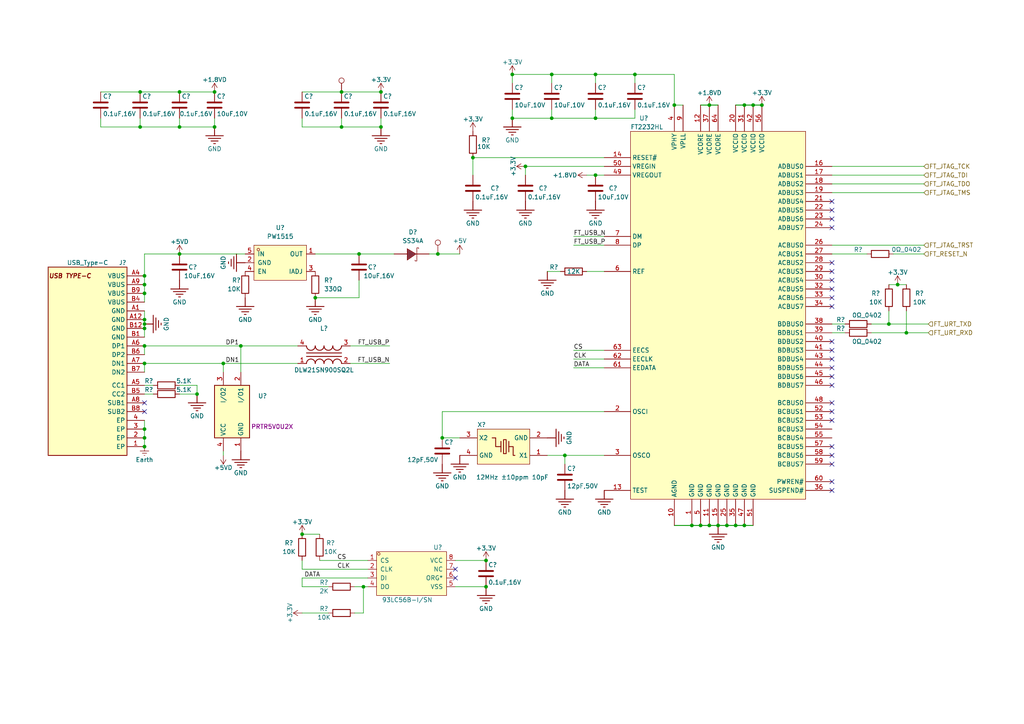
<source format=kicad_sch>
(kicad_sch (version 20230121) (generator eeschema)
  (paper "A4")
  (title_block (title "HPM5E00EVK") (date "2024-04-06") (rev "RevB") (comment 1 "DEBUG_FT2232"))
  (junction (at 160.02 21.59))
  (junction (at 52.07 36.83))
  (junction (at 41.91 93.98))
  (junction (at 99.06 26.67))
  (junction (at 52.07 73.66))
  (junction (at 260.35 82.55))
  (junction (at 41.91 124.46))
  (junction (at 41.91 85.09))
  (junction (at 137.16 45.72))
  (junction (at 205.74 152.4))
  (junction (at 257.81 93.98))
  (junction (at 172.72 50.8))
  (junction (at 41.91 105.41))
  (junction (at 62.23 26.67))
  (junction (at 200.66 152.4))
  (junction (at 41.91 92.71))
  (junction (at 41.91 80.01))
  (junction (at 105.41 170.18))
  (junction (at 41.91 82.55))
  (junction (at 52.07 26.67))
  (junction (at 215.9 152.4))
  (junction (at 40.64 26.67))
  (junction (at 218.44 30.48))
  (junction (at 203.2 152.4))
  (junction (at 215.9 30.48))
  (junction (at 148.59 21.59))
  (junction (at 110.49 26.67))
  (junction (at 57.15 114.3))
  (junction (at 213.36 152.4))
  (junction (at 41.91 100.33))
  (junction (at 140.97 170.18))
  (junction (at 110.49 36.83))
  (junction (at 64.77 105.41))
  (junction (at 210.82 152.4))
  (junction (at 128.27 127))
  (junction (at 40.64 36.83))
  (junction (at 172.72 21.59))
  (junction (at 172.72 34.29))
  (junction (at 87.63 154.94))
  (junction (at 148.59 34.29))
  (junction (at 205.74 30.48))
  (junction (at 184.15 21.59))
  (junction (at 104.14 73.66))
  (junction (at 152.4 48.26))
  (junction (at 62.23 36.83))
  (junction (at 220.98 30.48))
  (junction (at 91.44 86.36))
  (junction (at 208.28 152.4))
  (junction (at 99.06 36.83))
  (junction (at 41.91 129.54))
  (junction (at 262.89 96.52))
  (junction (at 127 73.66))
  (junction (at 163.83 132.08))
  (junction (at 140.97 162.56))
  (junction (at 69.85 100.33))
  (junction (at 41.91 95.25))
  (junction (at 41.91 127))
  (junction (at 160.02 34.29))
  (junction (at 195.58 30.48))
  (no_connect (at 41.91 116.84))
  (no_connect (at 241.3 86.36))
  (no_connect (at 241.3 139.7))
  (no_connect (at 241.3 81.28))
  (no_connect (at 241.3 121.92))
  (no_connect (at 241.3 106.68))
  (no_connect (at 241.3 104.14))
  (no_connect (at 241.3 88.9))
  (no_connect (at 241.3 101.6))
  (no_connect (at 241.3 76.2))
  (no_connect (at 241.3 83.82))
  (no_connect (at 241.3 99.06))
  (no_connect (at 41.91 119.38))
  (no_connect (at 241.3 58.42))
  (no_connect (at 241.3 132.08))
  (no_connect (at 241.3 66.04))
  (no_connect (at 241.3 129.54))
  (no_connect (at 241.3 116.84))
  (no_connect (at 132.08 167.64))
  (no_connect (at 241.3 111.76))
  (no_connect (at 241.3 60.96))
  (no_connect (at 241.3 63.5))
  (no_connect (at 241.3 134.62))
  (no_connect (at 132.08 165.1))
  (no_connect (at 241.3 119.38))
  (no_connect (at 241.3 109.22))
  (no_connect (at 241.3 78.74))
  (no_connect (at 241.3 142.24))
  (wire (pts (xy 87.63 167.64) (xy 106.68 167.64)))
  (wire (pts (xy 241.3 71.12) (xy 267.97 71.12)))
  (wire (pts (xy 184.15 31.75) (xy 184.15 34.29)))
  (wire (pts (xy 105.41 170.18) (xy 106.68 170.18)))
  (wire (pts (xy 52.07 111.76) (xy 57.15 111.76)))
  (wire (pts (xy 41.91 100.33) (xy 69.85 100.33)))
  (wire (pts (xy 95.25 170.18) (xy 87.63 170.18)))
  (wire (pts (xy 205.74 30.48) (xy 203.2 30.48)) (stroke (width 0.254)))
  (wire (pts (xy 102.87 170.18) (xy 105.41 170.18)))
  (wire (pts (xy 257.81 82.55) (xy 260.35 82.55)))
  (wire (pts (xy 87.63 177.8) (xy 95.25 177.8)))
  (wire (pts (xy 172.72 21.59) (xy 160.02 21.59)))
  (wire (pts (xy 170.18 50.8) (xy 172.72 50.8)))
  (wire (pts (xy 158.75 132.08) (xy 163.83 132.08)))
  (wire (pts (xy 257.81 93.98) (xy 252.73 93.98)))
  (wire (pts (xy 41.91 121.92) (xy 41.91 124.46)))
  (wire (pts (xy 166.37 68.58) (xy 175.26 68.58)))
  (wire (pts (xy 52.07 26.67) (xy 62.23 26.67)))
  (wire (pts (xy 260.35 82.55) (xy 262.89 82.55)))
  (wire (pts (xy 213.36 152.4) (xy 215.9 152.4)) (stroke (width 0.254)))
  (wire (pts (xy 213.36 30.48) (xy 215.9 30.48)) (stroke (width 0.254)))
  (wire (pts (xy 40.64 26.67) (xy 52.07 26.67)))
  (wire (pts (xy 172.72 21.59) (xy 172.72 24.13)))
  (wire (pts (xy 29.21 34.29) (xy 29.21 36.83)))
  (wire (pts (xy 203.2 152.4) (xy 205.74 152.4)) (stroke (width 0.254)))
  (wire (pts (xy 160.02 34.29) (xy 172.72 34.29)))
  (wire (pts (xy 87.63 154.94) (xy 92.71 154.94)))
  (wire (pts (xy 259.08 73.66) (xy 267.97 73.66)))
  (wire (pts (xy 245.11 96.52) (xy 241.3 96.52)))
  (wire (pts (xy 87.63 34.29) (xy 87.63 36.83)))
  (wire (pts (xy 87.63 36.83) (xy 99.06 36.83)))
  (wire (pts (xy 87.63 170.18) (xy 87.63 167.64)))
  (wire (pts (xy 87.63 162.56) (xy 87.63 165.1)))
  (wire (pts (xy 41.91 85.09) (xy 41.91 87.63)))
  (wire (pts (xy 163.83 132.08) (xy 175.26 132.08)))
  (wire (pts (xy 195.58 30.48) (xy 198.12 30.48)))
  (wire (pts (xy 41.91 127) (xy 41.91 129.54)))
  (wire (pts (xy 195.58 21.59) (xy 184.15 21.59)))
  (wire (pts (xy 41.91 80.01) (xy 41.91 82.55)))
  (wire (pts (xy 64.77 132.08) (xy 64.77 130.81)))
  (wire (pts (xy 104.14 86.36) (xy 91.44 86.36)))
  (wire (pts (xy 105.41 170.18) (xy 105.41 177.8)))
  (wire (pts (xy 262.89 90.17) (xy 262.89 96.52)))
  (wire (pts (xy 113.03 105.41) (xy 101.6 105.41)))
  (wire (pts (xy 40.64 34.29) (xy 40.64 36.83)))
  (wire (pts (xy 257.81 90.17) (xy 257.81 93.98)))
  (wire (pts (xy 44.45 114.3) (xy 41.91 114.3)))
  (wire (pts (xy 262.89 96.52) (xy 252.73 96.52)))
  (wire (pts (xy 52.07 114.3) (xy 57.15 114.3)))
  (wire (pts (xy 69.85 100.33) (xy 86.36 100.33)))
  (wire (pts (xy 41.91 92.71) (xy 41.91 93.98)))
  (wire (pts (xy 41.91 93.98) (xy 41.91 95.25)))
  (wire (pts (xy 52.07 34.29) (xy 52.07 36.83)))
  (wire (pts (xy 170.18 78.74) (xy 175.26 78.74)))
  (wire (pts (xy 99.06 36.83) (xy 110.49 36.83)))
  (wire (pts (xy 148.59 34.29) (xy 160.02 34.29)))
  (wire (pts (xy 200.66 152.4) (xy 203.2 152.4)) (stroke (width 0.254)))
  (wire (pts (xy 241.3 55.88) (xy 267.97 55.88)))
  (wire (pts (xy 52.07 36.83) (xy 62.23 36.83)))
  (wire (pts (xy 195.58 30.48) (xy 195.58 21.59)))
  (wire (pts (xy 29.21 26.67) (xy 40.64 26.67)))
  (wire (pts (xy 262.89 96.52) (xy 269.24 96.52)))
  (wire (pts (xy 166.37 106.68) (xy 175.26 106.68)))
  (wire (pts (xy 184.15 21.59) (xy 172.72 21.59)))
  (wire (pts (xy 52.07 73.66) (xy 71.12 73.66)))
  (wire (pts (xy 127 73.66) (xy 133.35 73.66)))
  (wire (pts (xy 166.37 71.12) (xy 175.26 71.12)))
  (wire (pts (xy 132.08 162.56) (xy 140.97 162.56)))
  (wire (pts (xy 104.14 81.28) (xy 104.14 86.36)))
  (wire (pts (xy 148.59 21.59) (xy 148.59 24.13)))
  (wire (pts (xy 241.3 53.34) (xy 267.97 53.34)))
  (wire (pts (xy 87.63 26.67) (xy 99.06 26.67)))
  (wire (pts (xy 69.85 100.33) (xy 69.85 107.95)))
  (wire (pts (xy 41.91 95.25) (xy 41.91 97.79)))
  (wire (pts (xy 41.91 124.46) (xy 41.91 127)))
  (wire (pts (xy 44.45 111.76) (xy 41.91 111.76)))
  (wire (pts (xy 64.77 105.41) (xy 86.36 105.41)))
  (wire (pts (xy 195.58 152.4) (xy 200.66 152.4)) (stroke (width 0.254)))
  (wire (pts (xy 64.77 105.41) (xy 64.77 107.95)))
  (wire (pts (xy 172.72 31.75) (xy 172.72 34.29)))
  (wire (pts (xy 166.37 101.6) (xy 175.26 101.6)))
  (wire (pts (xy 91.44 73.66) (xy 104.14 73.66)))
  (wire (pts (xy 110.49 34.29) (xy 110.49 36.83)))
  (wire (pts (xy 104.14 73.66) (xy 114.3 73.66)))
  (wire (pts (xy 62.23 34.29) (xy 62.23 36.83)))
  (wire (pts (xy 124.46 73.66) (xy 127 73.66)))
  (wire (pts (xy 41.91 90.17) (xy 41.91 92.71)))
  (wire (pts (xy 208.28 30.48) (xy 205.74 30.48)) (stroke (width 0.254)))
  (wire (pts (xy 160.02 21.59) (xy 160.02 24.13)))
  (wire (pts (xy 152.4 48.26) (xy 175.26 48.26)))
  (wire (pts (xy 41.91 82.55) (xy 41.91 85.09)))
  (wire (pts (xy 29.21 36.83) (xy 40.64 36.83)))
  (wire (pts (xy 99.06 26.67) (xy 110.49 26.67)))
  (wire (pts (xy 57.15 111.76) (xy 57.15 114.3)))
  (wire (pts (xy 218.44 30.48) (xy 220.98 30.48)) (stroke (width 0.254)))
  (wire (pts (xy 137.16 45.72) (xy 175.26 45.72)))
  (wire (pts (xy 92.71 162.56) (xy 106.68 162.56)))
  (wire (pts (xy 128.27 119.38) (xy 128.27 127)))
  (wire (pts (xy 137.16 45.72) (xy 137.16 50.8)))
  (wire (pts (xy 158.75 78.74) (xy 162.56 78.74)))
  (wire (pts (xy 172.72 34.29) (xy 184.15 34.29)))
  (wire (pts (xy 208.28 152.4) (xy 210.82 152.4)) (stroke (width 0.254)))
  (wire (pts (xy 210.82 152.4) (xy 213.36 152.4)) (stroke (width 0.254)))
  (wire (pts (xy 132.08 170.18) (xy 140.97 170.18)))
  (wire (pts (xy 41.91 73.66) (xy 52.07 73.66)))
  (wire (pts (xy 152.4 48.26) (xy 152.4 50.8)))
  (wire (pts (xy 160.02 31.75) (xy 160.02 34.29)))
  (wire (pts (xy 113.03 100.33) (xy 101.6 100.33)))
  (wire (pts (xy 245.11 93.98) (xy 241.3 93.98)))
  (wire (pts (xy 128.27 127) (xy 133.35 127)))
  (wire (pts (xy 215.9 152.4) (xy 218.44 152.4)) (stroke (width 0.254)))
  (wire (pts (xy 172.72 50.8) (xy 175.26 50.8)))
  (wire (pts (xy 148.59 31.75) (xy 148.59 34.29)))
  (wire (pts (xy 41.91 73.66) (xy 41.91 80.01)))
  (wire (pts (xy 41.91 105.41) (xy 64.77 105.41)))
  (wire (pts (xy 87.63 165.1) (xy 106.68 165.1)))
  (wire (pts (xy 166.37 104.14) (xy 175.26 104.14)))
  (wire (pts (xy 241.3 48.26) (xy 267.97 48.26)))
  (wire (pts (xy 215.9 30.48) (xy 218.44 30.48)) (stroke (width 0.254)))
  (wire (pts (xy 257.81 93.98) (xy 269.24 93.98)))
  (wire (pts (xy 163.83 132.08) (xy 163.83 134.62)))
  (wire (pts (xy 160.02 21.59) (xy 148.59 21.59)))
  (wire (pts (xy 205.74 152.4) (xy 208.28 152.4)) (stroke (width 0.254)))
  (wire (pts (xy 241.3 73.66) (xy 251.46 73.66)))
  (wire (pts (xy 128.27 119.38) (xy 175.26 119.38)))
  (wire (pts (xy 241.3 50.8) (xy 267.97 50.8)))
  (wire (pts (xy 40.64 36.83) (xy 52.07 36.83)))
  (wire (pts (xy 99.06 34.29) (xy 99.06 36.83)))
  (wire (pts (xy 41.91 105.41) (xy 41.91 107.95)))
  (wire (pts (xy 184.15 21.59) (xy 184.15 24.13)))
  (wire (pts (xy 102.87 177.8) (xy 105.41 177.8)))
  (wire (pts (xy 41.91 100.33) (xy 41.91 102.87)))
  (label "DP1" (at 65.405 100.33 0))
  (label "CLK" (at 166.37 104.14 0))
  (label "CLK" (at 97.79 165.1 0))
  (label "CS" (at 166.37 101.6 0))
  (label "DATA" (at 88.265 167.64 0))
  (label "DATA" (at 166.37 106.68 0))
  (label "FT_USB_N" (at 113.03 105.41 180))
  (label "CS" (at 97.79 162.56 0))
  (label "FT_USB_P" (at 113.03 100.33 180))
  (label "FT_USB_N" (at 166.37 68.58 0))
  (label "FT_USB_P" (at 166.37 71.12 0))
  (label "DN1" (at 65.405 105.41 0))
  (hierarchical_label "FT_JTAG_TCK" (shape input) (at 267.97 48.26 0))
  (hierarchical_label "FT_URT­_RXD" (shape input) (at 269.24 96.52 0))
  (hierarchical_label "FT_JTAG_TMS" (shape input) (at 267.97 55.88 0))
  (hierarchical_label "FT­_URT_TXD" (shape input) (at 269.24 93.98 0))
  (hierarchical_label "FT_RESET_N" (shape input) (at 267.97 73.66 0))
  (hierarchical_label "FT­­_JTAG_TDI" (shape input) (at 267.97 50.8 0))
  (hierarchical_label "FT­_JTAG_TRST" (shape input) (at 267.97 71.12 0))
  (hierarchical_label "FT_JTAG_TDO" (shape input) (at 267.97 53.34 0))
  (symbol (lib_id "00_HPM_power:GND") (at 172.72 58.42 0) (unit 1)
    (property "Reference" "#PWR?" (effects hide))
    (property "Value" "GND" (at 172.72 64.77 0))
    (instances (project "HPM6200EVK" (path "" (reference "#PWR?") (unit 1))) (project "HPM5E00EVKRevC" (path "" (reference "#PWR0373") (unit 1))) (project "HPM5300 EVK REVC" (path "" (reference "#PWR?") (unit 1)) (path "" (reference "#PWR?") (unit 1))))
  )
  (symbol (lib_id "98_POWER:+1.8VD") (at 170.18 50.8 90) (unit 1)
    (property "Reference" "#PWR?" (effects hide))
    (property "Value" "+1.8VD" (at 163.83 50.8 90))
    (instances (project "HPM6200EVK" (path "" (reference "#PWR?") (unit 1))) (project "HPM5E00EVKRevC" (path "" (reference "#PWR0370") (unit 1))) (project "HPM5300 EVK REVC" (path "" (reference "#PWR?") (unit 1)) (path "" (reference "#PWR?") (unit 1))))
  )
  (symbol (lib_id "03_HPM_Capacitance:0.1uF,16V_0402") (at 137.16 54.61 0) (unit 1)
    (property "Reference" "C?" (at 142.24 54.61 0) (effects (justify left)))
    (property "Value" "0.1uF,16V" (at 137.795 57.15 0) (effects (justify left)))
    (property "Footprint" "03_HPM_Capacitance:C_0402_1005Metric" (effects hide))
    (property "Model" "CL05B104KO5NNNC" (effects hide))
    (property "Company" "SAMSUNG(三星)" (effects hide))
    (instances (project "HPM6200EVK" (path "" (reference "C?") (unit 1))) (project "HPM5E00EVKRevC" (path "" (reference "C256") (unit 1))) (project "HPM5300 EVK REVC" (path "" (reference "C?") (unit 1)) (path "" (reference "C?") (unit 1))))
  )
  (symbol (lib_id "05_HPM_Connector_Other:USB_Type-C") (at 13.97 77.47 0) (unit 1)
    (property "Reference" "J?" (at 35.56 76.2 0))
    (property "Value" "USB_Type-C" (at 25.4 76.2 0))
    (property "Footprint" "05_HPM_Connector_other:TYPE-C-16P" (effects hide))
    (property "Model" "KH-TYPE-C-16P" (effects hide))
    (property "Company" "kinghelm(金航标)" (effects hide))
    (instances (project "HPM6200EVK" (path "" (reference "J?") (unit 1))) (project "HPM5E00EVKRevC" (path "" (reference "J16") (unit 1))) (project "HPM5300 EVK REVC" (path "" (reference "J?") (unit 1)) (path "" (reference "J?") (unit 1))))
  )
  (symbol (lib_id "00_HPM_power:+3.3V") (at 110.49 26.67 0) (mirror y) (unit 1)
    (property "Reference" "#PWR?" (effects hide))
    (property "Value" "+3.3V" (at 110.49 23.114 0))
    (instances (project "HPM6200EVK" (path "" (reference "#PWR?") (unit 1))) (project "HPM5E00EVKRevC" (path "" (reference "#PWR0362") (unit 1))) (project "HPM5300 EVK REVC" (path "" (reference "#PWR?") (unit 1)) (path "" (reference "#PWR?") (unit 1))))
  )
  (symbol (lib_id "00_HPM_power:GND") (at 158.75 127 90) (unit 1)
    (property "Reference" "#PWR?" (effects hide))
    (property "Value" "GND" (at 165.1 127 0))
    (instances (project "HPM6200EVK" (path "" (reference "#PWR?") (unit 1))) (project "HPM5E00EVKRevC" (path "" (reference "#PWR0386") (unit 1))) (project "HPM5300 EVK REVC" (path "" (reference "#PWR?") (unit 1)) (path "" (reference "#PWR?") (unit 1))))
  )
  (symbol (lib_id "03_HPM_Capacitance:0.1uF,16V_0402") (at 52.07 30.48 0) (unit 1)
    (property "Reference" "C?" (at 52.705 27.94 0) (effects (justify left)))
    (property "Value" "0.1uF,16V" (at 52.07 33.02 0) (effects (justify left)))
    (property "Footprint" "03_HPM_Capacitance:C_0402_1005Metric" (effects hide))
    (property "Model" "CL05B104KO5NNNC" (effects hide))
    (property "Company" "SAMSUNG(三星)" (effects hide))
    (instances (project "HPM6200EVK" (path "" (reference "C?") (unit 1))) (project "HPM5E00EVKRevC" (path "" (reference "C251") (unit 1))) (project "HPM5300 EVK REVC" (path "" (reference "C?") (unit 1)) (path "" (reference "C?") (unit 1))))
  )
  (symbol (lib_id "00_HPM_power:GND") (at 208.28 152.4 0) (unit 1)
    (property "Reference" "#PWR?" (effects hide))
    (property "Value" "GND" (at 208.28 158.75 0))
    (instances (project "HPM6200EVK" (path "" (reference "#PWR?") (unit 1))) (project "HPM5E00EVKRevC" (path "" (reference "#PWR0394") (unit 1))) (project "HPM5300 EVK REVC" (path "" (reference "#PWR?") (unit 1)) (path "" (reference "#PWR?") (unit 1))))
  )
  (symbol (lib_id "03_HPM_Capacitance:0.1uF,16V_0402") (at 140.97 166.37 0) (unit 1)
    (property "Reference" "C?" (at 141.605 163.83 0) (effects (justify left)))
    (property "Value" "0.1uF,16V" (at 141.605 168.91 0) (effects (justify left)))
    (property "Footprint" "03_HPM_Capacitance:C_0402_1005Metric" (effects hide))
    (property "Model" "CL05B104KO5NNNC" (effects hide))
    (property "Company" "SAMSUNG(三星)" (effects hide))
    (instances (project "HPM6200EVK" (path "" (reference "C?") (unit 1))) (project "HPM5E00EVKRevC" (path "" (reference "C264") (unit 1))) (project "HPM5300 EVK REVC" (path "" (reference "C?") (unit 1)) (path "" (reference "C?") (unit 1))))
  )
  (symbol (lib_id "00_HPM_power:GND") (at 110.49 36.83 0) (unit 1)
    (property "Reference" "#PWR?" (effects hide))
    (property "Value" "GND" (at 110.49 43.18 0))
    (instances (project "HPM6200EVK" (path "" (reference "#PWR?") (unit 1))) (project "HPM5E00EVKRevC" (path "" (reference "#PWR0368") (unit 1))) (project "HPM5300 EVK REVC" (path "" (reference "#PWR?") (unit 1)) (path "" (reference "#PWR?") (unit 1))))
  )
  (symbol (lib_id "00_HPM_power:GND") (at 158.75 78.74 0) (unit 1)
    (property "Reference" "#PWR?" (effects hide))
    (property "Value" "GND" (at 158.75 85.09 0))
    (instances (project "HPM6200EVK" (path "" (reference "#PWR?") (unit 1))) (project "HPM5E00EVKRevC" (path "" (reference "#PWR0378") (unit 1))) (project "HPM5300 EVK REVC" (path "" (reference "#PWR?") (unit 1)) (path "" (reference "#PWR?") (unit 1))))
  )
  (symbol (lib_id "03_HPM_Capacitance:0.1uF,16V_0402") (at 152.4 54.61 0) (unit 1)
    (property "Reference" "C?" (at 156.21 54.61 0) (effects (justify left)))
    (property "Value" "0.1uF,16V" (at 153.035 57.15 0) (effects (justify left)))
    (property "Footprint" "03_HPM_Capacitance:C_0402_1005Metric" (effects hide))
    (property "Model" "CL05B104KO5NNNC" (effects hide))
    (property "Company" "SAMSUNG(三星)" (effects hide))
    (instances (project "HPM6200EVK" (path "" (reference "C?") (unit 1))) (project "HPM5E00EVKRevC" (path "" (reference "C257") (unit 1))) (project "HPM5300 EVK REVC" (path "" (reference "C?") (unit 1)) (path "" (reference "C?") (unit 1))))
  )
  (symbol (lib_id "00_HPM_power:GND") (at 52.07 81.28 0) (unit 1)
    (property "Reference" "#PWR?" (effects hide))
    (property "Value" "GND" (at 52.07 87.63 0))
    (instances (project "HPM5300-USB-OSC" (path "" (reference "#PWR?") (unit 1))) (project "HPM6E00 SKT Board BGA289_BDIF REVA" (path "" (reference "#PWR?") (unit 1))) (project "HPM5E00EVKRevC" (path "" (reference "#PWR?") (unit 1)) (path "" (reference "#PWR?") (unit 1)) (path "" (reference "#PWR079") (unit 1))) (project "HPM5300 SKT Board LQFP100 REVA" (path "" (reference "#PWR?") (unit 1))))
  )
  (symbol (lib_id "03_HPM_Capacitance:0.1uF,16V_0402") (at 184.15 27.94 0) (unit 1)
    (property "Reference" "C?" (at 184.785 25.4 0) (effects (justify left)))
    (property "Value" "0.1uF,16V" (at 184.785 30.48 0) (effects (justify left)))
    (property "Footprint" "03_HPM_Capacitance:C_0402_1005Metric" (effects hide))
    (property "Model" "CL05B104KO5NNNC" (effects hide))
    (property "Company" "SAMSUNG(三星)" (effects hide))
    (instances (project "HPM6200EVK" (path "" (reference "C?") (unit 1))) (project "HPM5E00EVKRevC" (path "" (reference "C248") (unit 1))) (project "HPM5300 EVK REVC" (path "" (reference "C?") (unit 1)) (path "" (reference "C?") (unit 1))))
  )
  (symbol (lib_id "98_POWER:+1.8VD") (at 62.23 26.67 0) (mirror y) (unit 1)
    (property "Reference" "#PWR?" (effects hide))
    (property "Value" "+1.8VD" (at 62.23 23.114 0))
    (instances (project "HPM6200EVK" (path "" (reference "#PWR?") (unit 1))) (project "HPM5E00EVKRevC" (path "" (reference "#PWR0361") (unit 1))) (project "HPM5300 EVK REVC" (path "" (reference "#PWR?") (unit 1)) (path "" (reference "#PWR?") (unit 1))))
  )
  (symbol (lib_id "03_HPM_Capacitance:0.1uF,16V_0402") (at 110.49 30.48 0) (unit 1)
    (property "Reference" "C?" (at 111.125 27.94 0) (effects (justify left)))
    (property "Value" "0.1uF,16V" (at 111.125 33.02 0) (effects (justify left)))
    (property "Footprint" "03_HPM_Capacitance:C_0402_1005Metric" (effects hide))
    (property "Model" "CL05B104KO5NNNC" (effects hide))
    (property "Company" "SAMSUNG(三星)" (effects hide))
    (instances (project "HPM6200EVK" (path "" (reference "C?") (unit 1))) (project "HPM5E00EVKRevC" (path "" (reference "C255") (unit 1))) (project "HPM5300 EVK REVC" (path "" (reference "C?") (unit 1)) (path "" (reference "C?") (unit 1))))
  )
  (symbol (lib_id "02_HPM_Resistor:10K_0402") (at 257.81 86.36 270) (unit 1)
    (property "Reference" "R?" (at 254 85.09 90))
    (property "Value" "10K" (at 254 87.63 90))
    (property "Footprint" "02_HPM_Resistor:R_0402_1005Metric" (effects hide))
    (property "Model" "0402WGF1002TCE" (effects hide))
    (property "Company" "UNI-ROYAL(厚声)" (effects hide))
    (instances (project "HPM6200EVK" (path "" (reference "R?") (unit 1))) (project "HPM5E00EVKRevC" (path "" (reference "R288") (unit 1))) (project "HPM5300 EVK REVC" (path "" (reference "R?") (unit 1)) (path "" (reference "R?") (unit 1))))
  )
  (symbol (lib_id "02_HPM_Resistor:10K_0402") (at 262.89 86.36 270) (unit 1)
    (property "Reference" "R?" (at 266.7 85.09 90))
    (property "Value" "10K" (at 266.7 87.63 90))
    (property "Footprint" "02_HPM_Resistor:R_0402_1005Metric" (effects hide))
    (property "Model" "0402WGF1002TCE" (effects hide))
    (property "Company" "UNI-ROYAL(厚声)" (effects hide))
    (instances (project "HPM6200EVK" (path "" (reference "R?") (unit 1))) (project "HPM5E00EVKRevC" (path "" (reference "R289") (unit 1))) (project "HPM5300 EVK REVC" (path "" (reference "R?") (unit 1)) (path "" (reference "R?") (unit 1))))
  )
  (symbol (lib_id "03_HPM_Capacitance:10uF,10V_0402") (at 62.23 30.48 0) (unit 1)
    (property "Reference" "C?" (at 62.865 27.94 0) (effects (justify left)))
    (property "Value" "10uF,10V" (at 62.865 33.02 0) (effects (justify left)))
    (property "Footprint" "03_HPM_Capacitance:C_0402_1005Metric" (effects hide))
    (property "Model" "CL05A106MP5NUNC" (effects hide))
    (property "Company" " SAMSUNG(三星)" (effects hide))
    (instances (project "HPM6200EVK" (path "" (reference "C?") (unit 1))) (project "HPM5E00EVKRevC" (path "" (reference "C252") (unit 1))) (project "HPM5300 EVK REVC" (path "" (reference "C?") (unit 1)) (path "" (reference "C?") (unit 1))))
  )
  (symbol (lib_id "03_HPM_Capacitance:10uF,10V_0402") (at 160.02 27.94 0) (unit 1)
    (property "Reference" "C?" (at 160.655 25.4 0) (effects (justify left)))
    (property "Value" "10uF,10V" (at 160.655 30.48 0) (effects (justify left)))
    (property "Footprint" "03_HPM_Capacitance:C_0402_1005Metric" (effects hide))
    (property "Model" "CL05A106MP5NUNC" (effects hide))
    (property "Company" " SAMSUNG(三星)" (effects hide))
    (instances (project "HPM6200EVK" (path "" (reference "C?") (unit 1))) (project "HPM5E00EVKRevC" (path "" (reference "C246") (unit 1))) (project "HPM5300 EVK REVC" (path "" (reference "C?") (unit 1)) (path "" (reference "C?") (unit 1))))
  )
  (symbol (lib_id "06_HPM_Function_IC:FT2232HL") (at 182.88 38.1 0) (unit 1)
    (property "Reference" "U?" (at 185.42 34.29 0) (effects (justify left)))
    (property "Value" "FT2232HL" (at 182.88 36.83 0) (effects (justify left)))
    (property "Footprint" "06_HPM_LQFP:LQFP-64" (effects hide))
    (property "Model" "FT2232HL" (effects hide))
    (property "Company" " FTDI(飞特帝亚) " (effects hide))
    (instances (project "HPM6200EVK" (path "" (reference "U?") (unit 1))) (project "HPM5E00EVKRevC" (path "" (reference "U28") (unit 1))) (project "HPM5300 EVK REVC" (path "" (reference "U?") (unit 1)) (path "" (reference "U?") (unit 1))))
  )
  (symbol (lib_id "00_HPM_power:+3.3V") (at 152.4 48.26 90) (mirror x) (unit 1)
    (property "Reference" "#PWR?" (effects hide))
    (property "Value" "+3.3V" (at 148.844 48.26 0))
    (instances (project "HPM6200EVK" (path "" (reference "#PWR?") (unit 1))) (project "HPM5E00EVKRevC" (path "" (reference "#PWR0369") (unit 1))) (project "HPM5300 EVK REVC" (path "" (reference "#PWR?") (unit 1)) (path "" (reference "#PWR?") (unit 1))))
  )
  (symbol (lib_id "03_HPM_Capacitance:10uF,16V_0603") (at 52.07 77.47 0) (unit 1)
    (property "Reference" "C?" (at 54.61 77.47 0) (effects (justify left)))
    (property "Value" "10uF,16V" (at 53.34 80.01 0) (effects (justify left)))
    (property "Footprint" "03_HPM_Capacitance:C_0603_1608Metric" (effects hide))
    (property "Model" "CL10A106KO8NQNC" (effects hide))
    (property "Company" " SAMSUNG(三星)" (effects hide))
    (instances (project "HPM5300-USB-OSC" (path "" (reference "C?") (unit 1))) (project "HPM6E00 SKT Board BGA289_BDIF REVA" (path "" (reference "C?") (unit 1))) (project "HPM5E00EVKRevC" (path "" (reference "C?") (unit 1)) (path "" (reference "C3") (unit 1)) (path "" (reference "C29") (unit 1))) (project "HPM5300 SKT Board LQFP100 REVA" (path "" (reference "C?") (unit 1))))
  )
  (symbol (lib_id "00_HPM_power:GND") (at 137.16 58.42 0) (unit 1)
    (property "Reference" "#PWR?" (effects hide))
    (property "Value" "GND" (at 137.16 64.77 0))
    (instances (project "HPM6200EVK" (path "" (reference "#PWR?") (unit 1))) (project "HPM5E00EVKRevC" (path "" (reference "#PWR0371") (unit 1))) (project "HPM5300 EVK REVC" (path "" (reference "#PWR?") (unit 1)) (path "" (reference "#PWR?") (unit 1))))
  )
  (symbol (lib_id "02_HPM_Resistor:10K_0402") (at 137.16 41.91 90) (unit 1)
    (property "Reference" "R?" (at 140.97 40.64 90))
    (property "Value" "10K" (at 140.335 42.545 90))
    (property "Footprint" "02_HPM_Resistor:R_0402_1005Metric" (effects hide))
    (property "Model" "0402WGF1002TCE" (effects hide))
    (property "Company" "UNI-ROYAL(厚声)" (effects hide))
    (instances (project "HPM6200EVK" (path "" (reference "R?") (unit 1))) (project "HPM5E00EVKRevC" (path "" (reference "R1") (unit 1))) (project "HPM5300 EVK REVC" (path "" (reference "R?") (unit 1)) (path "" (reference "R?") (unit 1))))
  )
  (symbol (lib_id "00_HPM_power:+3.3V") (at 140.97 162.56 0) (unit 1)
    (property "Reference" "#PWR?" (effects hide))
    (property "Value" "+3.3V" (at 140.97 159.004 0))
    (instances (project "HPM6200EVK" (path "" (reference "#PWR?") (unit 1))) (project "HPM5E00EVKRevC" (path "" (reference "#PWR0396") (unit 1))) (project "HPM5300 EVK REVC" (path "" (reference "#PWR?") (unit 1)) (path "" (reference "#PWR?") (unit 1))))
  )
  (symbol (lib_id "00_HPM_power:GND") (at 41.91 93.98 90) (unit 1)
    (property "Reference" "#PWR?" (effects hide))
    (property "Value" "GND" (at 48.26 93.98 0))
    (instances (project "HPM6200EVK" (path "" (reference "#PWR?") (unit 1))) (project "HPM5E00EVKRevC" (path "" (reference "#PWR0383") (unit 1))) (project "HPM5300 EVK REVC" (path "" (reference "#PWR?") (unit 1)) (path "" (reference "#PWR?") (unit 1))))
  )
  (symbol (lib_id "02_HPM_Resistor:10K_0402") (at 92.71 158.75 270) (unit 1)
    (property "Reference" "R?" (at 95.885 157.48 90))
    (property "Value" "10K" (at 95.885 160.02 90))
    (property "Footprint" "02_HPM_Resistor:R_0402_1005Metric" (effects hide))
    (property "Model" "0402WGF1002TCE" (effects hide))
    (property "Company" "UNI-ROYAL(厚声)" (effects hide))
    (instances (project "HPM6200EVK" (path "" (reference "R?") (unit 1))) (project "HPM5E00EVKRevC" (path "" (reference "R297") (unit 1))) (project "HPM5300 EVK REVC" (path "" (reference "R?") (unit 1)) (path "" (reference "R?") (unit 1))))
  )
  (symbol (lib_id "03_HPM_Capacitance:0.1uF,16V_0402") (at 99.06 30.48 0) (unit 1)
    (property "Reference" "C?" (at 99.695 27.94 0) (effects (justify left)))
    (property "Value" "0.1uF,16V" (at 99.695 33.02 0) (effects (justify left)))
    (property "Footprint" "03_HPM_Capacitance:C_0402_1005Metric" (effects hide))
    (property "Model" "CL05B104KO5NNNC" (effects hide))
    (property "Company" "SAMSUNG(三星)" (effects hide))
    (instances (project "HPM6200EVK" (path "" (reference "C?") (unit 1))) (project "HPM5E00EVKRevC" (path "" (reference "C254") (unit 1))) (project "HPM5300 EVK REVC" (path "" (reference "C?") (unit 1)) (path "" (reference "C?") (unit 1))))
  )
  (symbol (lib_id "01-HPM-Peripheral:TestPoint-0.5mm") (at 99.06 26.67 0) (unit 1)
    (property "Reference" "TP40" (effects hide))
    (property "Value" "0.5mm" (effects hide))
    (property "Footprint" "01_HPM_Peripheral:TestPoint_Pad_D0.5mm" (effects hide))
  )
  (symbol (lib_id "11_HPM_Oscillator:12MHz ±10ppm 10pF") (at 133.35 124.46 0) (unit 1)
    (property "Reference" "X?" (at 139.7 123.19 0))
    (property "Value" "12MHz ±10ppm 10pF" (at 148.59 138.43 0))
    (property "Footprint" "09_HPM_Oscillator:3225" (effects hide))
    (property "Model" "XC32M4-12.000-F10NNFT" (effects hide))
    (property "Company" "HCI(杭晶)" (effects hide))
    (instances (project "HPM6200EVK" (path "" (reference "X?") (unit 1))) (project "HPM5E00EVKRevC" (path "" (reference "X6") (unit 1))) (project "HPM5300 EVK REVC" (path "" (reference "X?") (unit 1)) (path "" (reference "X?") (unit 1))))
  )
  (symbol (lib_id "02_HPM_Resistor:5.1K_0402") (at 48.26 114.3 0) (unit 1)
    (property "Reference" "R?" (at 43.18 113.03 0))
    (property "Value" "5.1K" (at 53.34 113.03 0))
    (property "Footprint" "02_HPM_Resistor:R_0402_1005Metric" (effects hide))
    (property "Model" "0402WGF5101TCE" (effects hide))
    (property "Company" "UNI-ROYAL(厚声)" (effects hide))
    (instances (project "HPM6200EVK" (path "" (reference "R?") (unit 1))) (project "HPM5E00EVKRevC" (path "" (reference "R293") (unit 1))) (project "HPM5300 EVK REVC" (path "" (reference "R?") (unit 1)) (path "" (reference "R?") (unit 1))))
  )
  (symbol (lib_id "03_HPM_Capacitance:0.1uF,16V_0402") (at 172.72 27.94 0) (unit 1)
    (property "Reference" "C?" (at 173.355 25.4 0) (effects (justify left)))
    (property "Value" "0.1uF,16V" (at 173.355 30.48 0) (effects (justify left)))
    (property "Footprint" "03_HPM_Capacitance:C_0402_1005Metric" (effects hide))
    (property "Model" "CL05B104KO5NNNC" (effects hide))
    (property "Company" "SAMSUNG(三星)" (effects hide))
    (instances (project "HPM6200EVK" (path "" (reference "C?") (unit 1))) (project "HPM5E00EVKRevC" (path "" (reference "C247") (unit 1))) (project "HPM5300 EVK REVC" (path "" (reference "C?") (unit 1)) (path "" (reference "C?") (unit 1))))
  )
  (symbol (lib_id "00_HPM_power:+3.3V") (at 137.16 38.1 0) (mirror y) (unit 1)
    (property "Reference" "#PWR?" (effects hide))
    (property "Value" "+3.3V" (at 137.16 34.544 0))
    (instances (project "HPM6200EVK" (path "" (reference "#PWR?") (unit 1))) (project "HPM5E00EVKRevC" (path "" (reference "#PWR0366") (unit 1))) (project "HPM5300 EVK REVC" (path "" (reference "#PWR?") (unit 1)) (path "" (reference "#PWR?") (unit 1))))
  )
  (symbol (lib_id "02_HPM_Resistor:10K_0402") (at 87.63 158.75 270) (unit 1)
    (property "Reference" "R?" (at 83.82 157.48 90))
    (property "Value" "10K" (at 83.82 160.02 90))
    (property "Footprint" "02_HPM_Resistor:R_0402_1005Metric" (effects hide))
    (property "Model" "0402WGF1002TCE" (effects hide))
    (property "Company" "UNI-ROYAL(厚声)" (effects hide))
    (instances (project "HPM6200EVK" (path "" (reference "R?") (unit 1))) (project "HPM5E00EVKRevC" (path "" (reference "R296") (unit 1))) (project "HPM5300 EVK REVC" (path "" (reference "R?") (unit 1)) (path "" (reference "R?") (unit 1))))
  )
  (symbol (lib_id "00_HPM_power:+3.3V") (at 87.63 154.94 0) (unit 1)
    (property "Reference" "#PWR?" (effects hide))
    (property "Value" "+3.3V" (at 87.63 151.384 0))
    (instances (project "HPM6200EVK" (path "" (reference "#PWR?") (unit 1))) (project "HPM5E00EVKRevC" (path "" (reference "#PWR0395") (unit 1))) (project "HPM5300 EVK REVC" (path "" (reference "#PWR?") (unit 1)) (path "" (reference "#PWR?") (unit 1))))
  )
  (symbol (lib_id "08_HPM_Power_IC:PW1515") (at 81.28 76.2 0) (unit 1)
    (property "Reference" "U?" (at 81.28 66.04 0))
    (property "Value" "PW1515" (at 81.28 68.58 0))
    (property "Footprint" "06_HPM_SOT:SOT-23-5" (effects hide))
    (property "Model" "PW1515" (effects hide))
    (property "Company" "平芯微" (effects hide))
    (instances (project "HPM5E00EVKRevC" (path "" (reference "U?") (unit 1)) (path "" (reference "U29") (unit 1))))
  )
  (symbol (lib_id "00_HPM_power:GND") (at 91.44 86.36 0) (unit 1)
    (property "Reference" "#PWR?" (effects hide))
    (property "Value" "GND" (at 91.44 92.71 0))
    (instances (project "HPM5300-USB-OSC" (path "" (reference "#PWR?") (unit 1))) (project "HPM6E00 SKT Board BGA289_BDIF REVA" (path "" (reference "#PWR?") (unit 1))) (project "HPM5E00EVKRevC" (path "" (reference "#PWR?") (unit 1)) (path "" (reference "#PWR?") (unit 1)) (path "" (reference "#PWR0382") (unit 1))) (project "HPM5300 SKT Board LQFP100 REVA" (path "" (reference "#PWR?") (unit 1))))
  )
  (symbol (lib_id "00_HPM_power:GND") (at 163.83 142.24 0) (unit 1)
    (property "Reference" "#PWR?" (effects hide))
    (property "Value" "GND" (at 163.83 148.59 0))
    (instances (project "HPM6200EVK" (path "" (reference "#PWR?") (unit 1))) (project "HPM5E00EVKRevC" (path "" (reference "#PWR0392") (unit 1))) (project "HPM5300 EVK REVC" (path "" (reference "#PWR?") (unit 1)) (path "" (reference "#PWR?") (unit 1))))
  )
  (symbol (lib_id "02_HPM_Resistor:0Ω_0402") (at 248.92 93.98 0) (unit 1)
    (property "Reference" "R?" (at 243.84 92.71 0))
    (property "Value" "0Ω_0402" (at 251.46 91.44 0))
    (property "Footprint" "02_HPM_Resistor:R_0402_1005Metric" (effects hide))
    (property "Model" "RC0402JR-070RL" (effects hide))
    (property "Company" "YAGEO(国巨)" (effects hide))
    (instances (project "HPM6200EVK" (path "" (reference "R?") (unit 1))) (project "HPM5E00EVKRevC" (path "" (reference "R290") (unit 1))) (project "HPM5300 EVK REVC" (path "" (reference "R?") (unit 1)) (path "" (reference "R?") (unit 1))))
  )
  (symbol (lib_id "02_HPM_Resistor:0Ω_0402") (at 248.92 96.52 0) (unit 1)
    (property "Reference" "R?" (at 243.84 95.25 0))
    (property "Value" "0Ω_0402" (at 251.46 99.06 0))
    (property "Footprint" "02_HPM_Resistor:R_0402_1005Metric" (effects hide))
    (property "Model" "RC0402JR-070RL" (effects hide))
    (property "Company" "YAGEO(国巨)" (effects hide))
    (instances (project "HPM6200EVK" (path "" (reference "R?") (unit 1))) (project "HPM5E00EVKRevC" (path "" (reference "R291") (unit 1))) (project "HPM5300 EVK REVC" (path "" (reference "R?") (unit 1)) (path "" (reference "R?") (unit 1))))
  )
  (symbol (lib_id "02_HPM_Resistor:12K_0402") (at 166.37 78.74 0) (unit 1)
    (property "Reference" "R?" (at 160.655 77.47 0))
    (property "Value" "12K" (at 166.37 78.74 0))
    (property "Footprint" "02_HPM_Resistor:R_0402_1005Metric" (effects hide))
    (property "Model" " 0402WGF1202TCE" (effects hide))
    (property "Company" "UNI-ROYAL(厚声)" (effects hide))
    (instances (project "HPM6200EVK" (path "" (reference "R?") (unit 1))) (project "HPM5E00EVKRevC" (path "" (reference "R285") (unit 1))) (project "HPM5300 EVK REVC" (path "" (reference "R?") (unit 1)) (path "" (reference "R?") (unit 1))))
  )
  (symbol (lib_id "03_HPM_Capacitance:4.7uF,10V_0402") (at 172.72 54.61 0) (unit 1)
    (property "Reference" "C?" (at 176.53 54.61 0) (effects (justify left)))
    (property "Value" "10uF,10V" (at 173.355 57.15 0) (effects (justify left)))
    (property "Footprint" "03_HPM_Capacitance:C_0402_1005Metric" (effects hide))
    (property "Model" "CL05A106MP5NUNC" (effects hide))
    (property "Company" " SAMSUNG(三星)" (effects hide))
    (instances (project "HPM6200EVK" (path "" (reference "C?") (unit 1))) (project "HPM5E00EVKRevC" (path "" (reference "C258") (unit 1))) (project "HPM5300 EVK REVC" (path "" (reference "C?") (unit 1)) (path "" (reference "C?") (unit 1))))
  )
  (symbol (lib_id "00_HPM_power:+3.3V") (at 220.98 30.48 0) (mirror y) (unit 1)
    (property "Reference" "#PWR?" (effects hide))
    (property "Value" "+3.3V" (at 220.98 26.924 0))
    (instances (project "HPM6200EVK" (path "" (reference "#PWR?") (unit 1))) (project "HPM5E00EVKRevC" (path "" (reference "#PWR0364") (unit 1))) (project "HPM5300 EVK REVC" (path "" (reference "#PWR?") (unit 1)) (path "" (reference "#PWR?") (unit 1))))
  )
  (symbol (lib_id "02_HPM_Resistor:0Ω_0402") (at 255.27 73.66 0) (unit 1)
    (property "Reference" "R?" (at 248.92 72.39 0))
    (property "Value" "0Ω_0402" (at 262.89 72.39 0))
    (property "Footprint" "02_HPM_Resistor:R_0402_1005Metric" (effects hide))
    (property "Model" "RC0402JR-070RL" (effects hide))
    (property "Company" "YAGEO(国巨)" (effects hide))
    (instances (project "HPM6200EVK" (path "" (reference "R?") (unit 1))) (project "HPM5E00EVKRevC" (path "" (reference "R284") (unit 1))) (project "HPM5300 EVK REVC" (path "" (reference "R?") (unit 1)) (path "" (reference "R?") (unit 1))))
  )
  (symbol (lib_id "07_HPM_Inductance:DLW21SN900SQ2L") (at 85.09 97.79 0) (unit 1)
    (property "Reference" "L?" (at 93.98 95.25 0))
    (property "Value" "DLW21SN900SQ2L" (at 93.98 107.315 0))
    (property "Footprint" "07_HPM_Inductance:L2012" (effects hide))
    (property "Model" "DLW21SN900SQ2L" (effects hide))
    (property "Company" "muRata(村田)" (effects hide))
    (instances (project "HPM5300-USB-OSC" (path "" (reference "L?") (unit 1))) (project "HPM6E00 SKT Board BGA289_BDIF REVA" (path "" (reference "L?") (unit 1))) (project "HPM5E00EVKRevC" (path "" (reference "L?") (unit 1)) (path "" (reference "L2") (unit 1)) (path "" (reference "L7") (unit 1))) (project "HPM5300 SKT Board LQFP100 REVA" (path "" (reference "L?") (unit 1))))
  )
  (symbol (lib_id "03_HPM_Capacitance:12pF,50V_0402") (at 163.83 138.43 0) (unit 1)
    (property "Reference" "C?" (at 164.465 135.89 0) (effects (justify left)))
    (property "Value" "12pF,50V" (at 164.465 140.97 0) (effects (justify left)))
    (property "Footprint" "03_HPM_Capacitance:C_0402_1005Metric" (effects hide))
    (property "Model" "CC0402JRNPO9BN120" (effects hide))
    (property "Company" " YAGEO(国巨)" (effects hide))
    (instances (project "HPM6200EVK" (path "" (reference "C?") (unit 1))) (project "HPM5E00EVKRevC" (path "" (reference "C263") (unit 1))) (project "HPM5300 EVK REVC" (path "" (reference "C?") (unit 1)) (path "" (reference "C?") (unit 1))))
  )
  (symbol (lib_id "04_HPM_Diode:SS34A") (at 119.38 73.66 0) (mirror y) (unit 1)
    (property "Reference" "D?" (at 119.761 67.31 0))
    (property "Value" "SS34A" (at 119.761 69.85 0))
    (property "Footprint" "04_HPM_Diode:D_SMA" (effects hide))
    (property "Model" "SS34A" (effects hide))
    (property "Company" "YANGJIE(扬杰)" (effects hide))
    (instances (project "HPM5E00EVKRevC" (path "" (reference "D?") (unit 1)) (path "" (reference "D15") (unit 1))))
  )
  (symbol (lib_id "00_HPM_power:GND") (at 69.85 130.81 0) (mirror y) (unit 1)
    (property "Reference" "#PWR?" (effects hide))
    (property "Value" "GND" (at 69.85 137.16 0))
    (instances (project "HPM6200EVK" (path "" (reference "#PWR?") (unit 1))) (project "HPM5E00EVKRevC" (path "" (reference "#PWR0130") (unit 1))) (project "HPM5300 EVK REVC" (path "" (reference "#PWR?") (unit 1)) (path "" (reference "#PWR?") (unit 1))))
  )
  (symbol (lib_id "00_HPM_power:+3.3V") (at 87.63 177.8 90) (unit 1)
    (property "Reference" "#PWR?" (effects hide))
    (property "Value" "+3.3V" (at 84.074 177.8 0))
    (instances (project "HPM6200EVK" (path "" (reference "#PWR?") (unit 1))) (project "HPM5E00EVKRevC" (path "" (reference "#PWR0398") (unit 1))) (project "HPM5300 EVK REVC" (path "" (reference "#PWR?") (unit 1)) (path "" (reference "#PWR?") (unit 1))))
  )
  (symbol (lib_id "98_POWER:+5VD") (at 64.77 132.08 180) (unit 1)
    (property "Reference" "#PWR?" (effects hide))
    (property "Value" "+5VD" (at 64.77 135.636 0))
    (instances (project "HPM6200EVK" (path "" (reference "#PWR?") (unit 1))) (project "HPM5E00EVKRevC" (path "" (reference "#PWR037") (unit 1))) (project "HPM5300 EVK REVC" (path "" (reference "#PWR?") (unit 1)) (path "" (reference "#PWR?") (unit 1))))
  )
  (symbol (lib_id "03_HPM_Capacitance:10uF,16V_0603") (at 104.14 77.47 0) (unit 1)
    (property "Reference" "C?" (at 106.68 77.47 0) (effects (justify left)))
    (property "Value" "10uF,16V" (at 105.41 80.01 0) (effects (justify left)))
    (property "Footprint" "03_HPM_Capacitance:C_0603_1608Metric" (effects hide))
    (property "Model" "CL10A106KO8NQNC" (effects hide))
    (property "Company" " SAMSUNG(三星)" (effects hide))
    (instances (project "HPM5300-USB-OSC" (path "" (reference "C?") (unit 1))) (project "HPM6E00 SKT Board BGA289_BDIF REVA" (path "" (reference "C?") (unit 1))) (project "HPM5E00EVKRevC" (path "" (reference "C?") (unit 1)) (path "" (reference "C3") (unit 1)) (path "" (reference "C22") (unit 1))) (project "HPM5300 SKT Board LQFP100 REVA" (path "" (reference "C?") (unit 1))))
  )
  (symbol (lib_id "01-HPM-Peripheral:TestPoint-0.5mm") (at 127 73.66 0) (unit 1)
    (property "Reference" "TP39" (effects hide))
    (property "Value" "0.5mm" (effects hide))
    (property "Footprint" "01_HPM_Peripheral:TestPoint_Pad_D0.5mm" (effects hide))
  )
  (symbol (lib_id "03_HPM_Capacitance:0.1uF,16V_0402") (at 40.64 30.48 0) (unit 1)
    (property "Reference" "C?" (at 41.275 27.94 0) (effects (justify left)))
    (property "Value" "0.1uF,16V" (at 41.275 33.02 0) (effects (justify left)))
    (property "Footprint" "03_HPM_Capacitance:C_0402_1005Metric" (effects hide))
    (property "Model" "CL05B104KO5NNNC" (effects hide))
    (property "Company" "SAMSUNG(三星)" (effects hide))
    (instances (project "HPM6200EVK" (path "" (reference "C?") (unit 1))) (project "HPM5E00EVKRevC" (path "" (reference "C250") (unit 1))) (project "HPM5300 EVK REVC" (path "" (reference "C?") (unit 1)) (path "" (reference "C?") (unit 1))))
  )
  (symbol (lib_id "02_HPM_Resistor:10K_0402") (at 71.12 82.55 270) (mirror x) (unit 1)
    (property "Reference" "R?" (at 69.85 81.28 90) (effects (justify right)))
    (property "Value" "10K" (at 69.85 83.82 90) (effects (justify right)))
    (property "Footprint" "02_HPM_Resistor:R_0402_1005Metric" (effects hide))
    (property "Model" "0402WGF1002TCE" (effects hide))
    (property "Company" "UNI-ROYAL(厚声)" (effects hide))
    (instances (project "HPM5300-USB-OSC" (path "" (reference "R?") (unit 1))) (project "HPM6E00 SKT Board BGA289_BDIF REVA" (path "" (reference "R?") (unit 1))) (project "HPM5E00EVKRevC" (path "" (reference "R?") (unit 1)) (path "" (reference "R?") (unit 1)) (path "" (reference "R286") (unit 1))) (project "HPM5300 SKT Board LQFP100 REVA" (path "" (reference "R?") (unit 1))))
  )
  (symbol (lib_id "00_HPM_power:GND") (at 133.35 132.08 0) (unit 1)
    (property "Reference" "#PWR?" (effects hide))
    (property "Value" "GND" (at 133.35 138.43 0))
    (instances (project "HPM6200EVK" (path "" (reference "#PWR?") (unit 1))) (project "HPM5E00EVKRevC" (path "" (reference "#PWR0390") (unit 1))) (project "HPM5300 EVK REVC" (path "" (reference "#PWR?") (unit 1)) (path "" (reference "#PWR?") (unit 1))))
  )
  (symbol (lib_id "00_HPM_power:Earth") (at 41.91 129.54 0) (unit 1)
    (property "Reference" "#PWR0301" (effects hide))
    (property "Value" "Earth" (at 41.91 133.35 0))
    (instances (project "HPM5E00EVKRevC" (path "" (reference "#PWR0301") (unit 1)) (path "" (reference "#PWR0302") (unit 1))))
  )
  (symbol (lib_id "00_HPM_power:GND") (at 152.4 58.42 0) (unit 1)
    (property "Reference" "#PWR?" (effects hide))
    (property "Value" "GND" (at 152.4 64.77 0))
    (instances (project "HPM6200EVK" (path "" (reference "#PWR?") (unit 1))) (project "HPM5E00EVKRevC" (path "" (reference "#PWR0372") (unit 1))) (project "HPM5300 EVK REVC" (path "" (reference "#PWR?") (unit 1)) (path "" (reference "#PWR?") (unit 1))))
  )
  (symbol (lib_id "02_HPM_Resistor:330Ω_0402") (at 91.44 82.55 90) (unit 1)
    (property "Reference" "R?" (at 93.98 81.28 90) (effects (justify right)))
    (property "Value" "330Ω" (at 93.98 83.82 90) (effects (justify right)))
    (property "Footprint" "02_HPM_Resistor:R_0402_1005Metric" (effects hide))
    (property "Model" "0402WGF3300TCE" (effects hide))
    (property "Company" "UNI-ROYAL(厚声)" (effects hide))
    (instances (project "HPM5E00EVKRevC" (path "" (reference "R?") (unit 1)) (path "" (reference "R287") (unit 1))))
  )
  (symbol (lib_id "00_HPM_power:GND") (at 57.15 114.3 0) (unit 1)
    (property "Reference" "#PWR?" (effects hide))
    (property "Value" "GND" (at 57.15 120.65 0))
    (instances (project "HPM6200EVK" (path "" (reference "#PWR?") (unit 1))) (project "HPM5E00EVKRevC" (path "" (reference "#PWR0384") (unit 1))) (project "HPM5300 EVK REVC" (path "" (reference "#PWR?") (unit 1)) (path "" (reference "#PWR?") (unit 1))))
  )
  (symbol (lib_id "00_HPM_power:GND") (at 71.12 86.36 0) (unit 1)
    (property "Reference" "#PWR?" (effects hide))
    (property "Value" "GND" (at 71.12 92.71 0))
    (instances (project "HPM5300-USB-OSC" (path "" (reference "#PWR?") (unit 1))) (project "HPM6E00 SKT Board BGA289_BDIF REVA" (path "" (reference "#PWR?") (unit 1))) (project "HPM5E00EVKRevC" (path "" (reference "#PWR?") (unit 1)) (path "" (reference "#PWR?") (unit 1)) (path "" (reference "#PWR0381") (unit 1))) (project "HPM5300 SKT Board LQFP100 REVA" (path "" (reference "#PWR?") (unit 1))))
  )
  (symbol (lib_id "00_HPM_power:GND") (at 71.12 76.2 270) (unit 1)
    (property "Reference" "#PWR?" (effects hide))
    (property "Value" "GND" (at 64.77 76.2 0))
    (instances (project "HPM5300-USB-OSC" (path "" (reference "#PWR?") (unit 1))) (project "HPM6E00 SKT Board BGA289_BDIF REVA" (path "" (reference "#PWR?") (unit 1))) (project "HPM5E00EVKRevC" (path "" (reference "#PWR?") (unit 1)) (path "" (reference "#PWR?") (unit 1)) (path "" (reference "#PWR0377") (unit 1))) (project "HPM5300 SKT Board LQFP100 REVA" (path "" (reference "#PWR?") (unit 1))))
  )
  (symbol (lib_id "03_HPM_Capacitance:0.1uF,16V_0402") (at 29.21 30.48 0) (unit 1)
    (property "Reference" "C?" (at 29.845 27.94 0) (effects (justify left)))
    (property "Value" "0.1uF,16V" (at 29.845 33.02 0) (effects (justify left)))
    (property "Footprint" "03_HPM_Capacitance:C_0402_1005Metric" (effects hide))
    (property "Model" "CL05B104KO5NNNC" (effects hide))
    (property "Company" "SAMSUNG(三星)" (effects hide))
    (instances (project "HPM6200EVK" (path "" (reference "C?") (unit 1))) (project "HPM5E00EVKRevC" (path "" (reference "C249") (unit 1))) (project "HPM5300 EVK REVC" (path "" (reference "C?") (unit 1)) (path "" (reference "C?") (unit 1))))
  )
  (symbol (lib_id "00_HPM_power:+5V") (at 133.35 73.66 0) (unit 1)
    (property "Reference" "#PWR?" (effects hide))
    (property "Value" "+5V" (at 133.35 69.85 0))
    (instances (project "HPM5300-USB-OSC" (path "" (reference "#PWR?") (unit 1))) (project "HPM6E00 SKT Board BGA289_BDIF REVA" (path "" (reference "#PWR?") (unit 1))) (project "HPM5E00EVKRevC" (path "" (reference "#PWR?") (unit 1)) (path "" (reference "#PWR?") (unit 1)) (path "" (reference "#PWR0376") (unit 1))) (project "HPM5300 SKT Board LQFP100 REVA" (path "" (reference "#PWR?") (unit 1))))
  )
  (symbol (lib_id "00_HPM_power:GND") (at 140.97 170.18 0) (unit 1)
    (property "Reference" "#PWR?" (effects hide))
    (property "Value" "GND" (at 140.97 176.53 0))
    (instances (project "HPM6200EVK" (path "" (reference "#PWR?") (unit 1))) (project "HPM5E00EVKRevC" (path "" (reference "#PWR0397") (unit 1))) (project "HPM5300 EVK REVC" (path "" (reference "#PWR?") (unit 1)) (path "" (reference "#PWR?") (unit 1))))
  )
  (symbol (lib_id "00_HPM_power:GND") (at 175.26 142.24 0) (unit 1)
    (property "Reference" "#PWR?" (effects hide))
    (property "Value" "GND" (at 175.26 148.59 0))
    (instances (project "HPM6200EVK" (path "" (reference "#PWR?") (unit 1))) (project "HPM5E00EVKRevC" (path "" (reference "#PWR0393") (unit 1))) (project "HPM5300 EVK REVC" (path "" (reference "#PWR?") (unit 1)) (path "" (reference "#PWR?") (unit 1))))
  )
  (symbol (lib_id "00_HPM_power:GND") (at 62.23 36.83 0) (unit 1)
    (property "Reference" "#PWR?" (effects hide))
    (property "Value" "GND" (at 62.23 43.18 0))
    (instances (project "HPM6200EVK" (path "" (reference "#PWR?") (unit 1))) (project "HPM5E00EVKRevC" (path "" (reference "#PWR0367") (unit 1))) (project "HPM5300 EVK REVC" (path "" (reference "#PWR?") (unit 1)) (path "" (reference "#PWR?") (unit 1))))
  )
  (symbol (lib_id "00_HPM_power:+3.3V") (at 148.59 21.59 0) (mirror y) (unit 1)
    (property "Reference" "#PWR?" (effects hide))
    (property "Value" "+3.3V" (at 148.59 18.034 0))
    (instances (project "HPM6200EVK" (path "" (reference "#PWR?") (unit 1))) (project "HPM5E00EVKRevC" (path "" (reference "#PWR0360") (unit 1))) (project "HPM5300 EVK REVC" (path "" (reference "#PWR?") (unit 1)) (path "" (reference "#PWR?") (unit 1))))
  )
  (symbol (lib_id "98_POWER:+5VD") (at 52.07 73.66 0) (mirror y) (unit 1)
    (property "Reference" "#PWR?" (effects hide))
    (property "Value" "+5VD" (at 52.07 70.104 0))
    (instances (project "HPM6200EVK" (path "" (reference "#PWR?") (unit 1))) (project "HPM5E00EVKRevC" (path "" (reference "#PWR0375") (unit 1))) (project "HPM5300 EVK REVC" (path "" (reference "#PWR?") (unit 1)) (path "" (reference "#PWR?") (unit 1))))
  )
  (symbol (lib_id "02_HPM_Resistor:5.1K_0402") (at 48.26 111.76 0) (unit 1)
    (property "Reference" "R?" (at 43.18 110.49 0))
    (property "Value" "5.1K" (at 53.34 110.49 0))
    (property "Footprint" "02_HPM_Resistor:R_0402_1005Metric" (effects hide))
    (property "Model" "0402WGF5101TCE" (effects hide))
    (property "Company" "UNI-ROYAL(厚声)" (effects hide))
    (instances (project "HPM6200EVK" (path "" (reference "R?") (unit 1))) (project "HPM5E00EVKRevC" (path "" (reference "R292") (unit 1))) (project "HPM5300 EVK REVC" (path "" (reference "R?") (unit 1)) (path "" (reference "R?") (unit 1))))
  )
  (symbol (lib_id "02_HPM_Resistor:10K_0402") (at 99.06 177.8 0) (unit 1)
    (property "Reference" "R?" (at 93.98 176.53 0))
    (property "Value" "10K" (at 93.98 179.07 0))
    (property "Footprint" "02_HPM_Resistor:R_0402_1005Metric" (effects hide))
    (property "Model" "0402WGF1002TCE" (effects hide))
    (property "Company" "UNI-ROYAL(厚声)" (effects hide))
    (instances (project "HPM6200EVK" (path "" (reference "R?") (unit 1))) (project "HPM5E00EVKRevC" (path "" (reference "R299") (unit 1))) (project "HPM5300 EVK REVC" (path "" (reference "R?") (unit 1)) (path "" (reference "R?") (unit 1))))
  )
  (symbol (lib_id "00_HPM_power:GND") (at 148.59 34.29 0) (unit 1)
    (property "Reference" "#PWR?" (effects hide))
    (property "Value" "GND" (at 148.59 40.64 0))
    (instances (project "HPM6200EVK" (path "" (reference "#PWR?") (unit 1))) (project "HPM5E00EVKRevC" (path "" (reference "#PWR0365") (unit 1))) (project "HPM5300 EVK REVC" (path "" (reference "#PWR?") (unit 1)) (path "" (reference "#PWR?") (unit 1))))
  )
  (symbol (lib_id "98_POWER:+1.8VD") (at 205.74 30.48 0) (mirror y) (unit 1)
    (property "Reference" "#PWR?" (effects hide))
    (property "Value" "+1.8VD" (at 205.74 26.924 0))
    (instances (project "HPM6200EVK" (path "" (reference "#PWR?") (unit 1))) (project "HPM5E00EVKRevC" (path "" (reference "#PWR0363") (unit 1))) (project "HPM5300 EVK REVC" (path "" (reference "#PWR?") (unit 1)) (path "" (reference "#PWR?") (unit 1))))
  )
  (symbol (lib_id "10_HPM_Storage_IC:93LC56B-I/SN") (at 119.38 166.37 0) (unit 1)
    (property "Reference" "U?" (at 127 158.75 0))
    (property "Value" "93LC56B-I/SN" (at 118.11 173.99 0))
    (property "Footprint" "06_HPM_SO:SOIC-8" (effects hide))
    (property "SuppliersPartNumber" "C183620" (effects hide))
    (property "Model" "93LC56B-I/SN" (effects hide))
    (property "Company" "MICROCHIP(美国微芯)" (effects hide))
    (instances (project "HPM6200EVK" (path "" (reference "U?") (unit 1))) (project "HPM5E00EVKRevC" (path "" (reference "U31") (unit 1))) (project "HPM5300 EVK REVC" (path "" (reference "U?") (unit 1)) (path "" (reference "U?") (unit 1))))
  )
  (symbol (lib_id "02_HPM_Resistor:2K_0402") (at 99.06 170.18 0) (unit 1)
    (property "Reference" "R?" (at 93.98 168.91 0))
    (property "Value" "2K" (at 93.98 171.45 0))
    (property "Footprint" "02_HPM_Resistor:R_0402_1005Metric" (effects hide))
    (property "Model" "0402WGF2001TCE" (effects hide))
    (property "Company" "UNI-ROYAL(厚声)" (effects hide))
    (instances (project "HPM6200EVK" (path "" (reference "R?") (unit 1))) (project "HPM5E00EVKRevC" (path "" (reference "R298") (unit 1))) (project "HPM5300 EVK REVC" (path "" (reference "R?") (unit 1)) (path "" (reference "R?") (unit 1))))
  )
  (symbol (lib_id "04_HPM_Diode:PRTR5V0U2X") (at 74.93 104.14 0) (mirror y) (unit 1)
    (property "Reference" "U?" (at 77.47 115.57 0) (effects (justify left bottom)))
    (property "Value" "PRTR5V0U2X" (effects hide))
    (property "Footprint" "06_HPM_SOT:SOT-143" (effects hide))
    (property "物料代码" "1.05.10.0153" (effects hide))
    (property "ALTIUM_VALUE" "PRTR5V0U2X" (at 85.09 124.46 0) (effects (justify left bottom)))
    (property "名称" "集成电路" (effects hide))
    (property "封装" "SOT-143B" (effects hide))
    (property "设备封装名称" "SOT-143B_PRTR5V0U2X" (effects hide))
    (property "厂商" "NXP" (effects hide))
    (property "ROHS" "RoHS" (effects hide))
    (property "型号" "PRTR5V0U2X" (effects hide))
    (property "贴片和直插" "SMT" (effects hide))
    (property "器件优选方案" "量产物料,优先选用" (effects hide))
    (property "COMPONENTLINK1DESCRIPTION" "ErpDataInfo" (effects hide))
    (property "COMPONENTLINK1URL" "http://erp.zlgmcu.com/ErpExt/ErpData/ListMateriel.aspx?pkey=1.05.10.0153" (effects hide))
    (property "Model" "PRTR5V0U2X" (effects hide))
    (property "Company" "TECH PUBLIC(台舟)" (effects hide))
    (instances (project "HPM6200EVK" (path "" (reference "U?") (unit 1))) (project "HPM5E00EVKRevC" (path "" (reference "U30") (unit 1))) (project "HPM5300 EVK REVC" (path "" (reference "U?") (unit 1)) (path "" (reference "U?") (unit 1))))
  )
  (symbol (lib_id "03_HPM_Capacitance:12pF,50V_0402") (at 128.27 130.81 0) (unit 1)
    (property "Reference" "C?" (at 128.905 128.27 0) (effects (justify left)))
    (property "Value" "12pF,50V" (at 118.11 133.35 0) (effects (justify left)))
    (property "Footprint" "03_HPM_Capacitance:C_0402_1005Metric" (effects hide))
    (property "Model" "CC0402JRNPO9BN120" (effects hide))
    (property "Company" " YAGEO(国巨)" (effects hide))
    (instances (project "HPM6200EVK" (path "" (reference "C?") (unit 1))) (project "HPM5E00EVKRevC" (path "" (reference "C262") (unit 1))) (project "HPM5300 EVK REVC" (path "" (reference "C?") (unit 1)) (path "" (reference "C?") (unit 1))))
  )
  (symbol (lib_id "03_HPM_Capacitance:0.1uF,16V_0402") (at 87.63 30.48 0) (unit 1)
    (property "Reference" "C?" (at 88.265 27.94 0) (effects (justify left)))
    (property "Value" "0.1uF,16V" (at 88.265 33.02 0) (effects (justify left)))
    (property "Footprint" "03_HPM_Capacitance:C_0402_1005Metric" (effects hide))
    (property "Model" "CL05B104KO5NNNC" (effects hide))
    (property "Company" "SAMSUNG(三星)" (effects hide))
    (instances (project "HPM6200EVK" (path "" (reference "C?") (unit 1))) (project "HPM5E00EVKRevC" (path "" (reference "C253") (unit 1))) (project "HPM5300 EVK REVC" (path "" (reference "C?") (unit 1)) (path "" (reference "C?") (unit 1))))
  )
  (symbol (lib_id "00_HPM_power:+3.3V") (at 260.35 82.55 0) (mirror y) (unit 1)
    (property "Reference" "#PWR?" (effects hide))
    (property "Value" "+3.3V" (at 260.35 78.994 0))
    (instances (project "HPM6200EVK" (path "" (reference "#PWR?") (unit 1))) (project "HPM5E00EVKRevC" (path "" (reference "#PWR0380") (unit 1))) (project "HPM5300 EVK REVC" (path "" (reference "#PWR?") (unit 1)) (path "" (reference "#PWR?") (unit 1))))
  )
  (symbol (lib_id "00_HPM_power:GND") (at 128.27 134.62 0) (unit 1)
    (property "Reference" "#PWR?" (effects hide))
    (property "Value" "GND" (at 128.27 140.97 0))
    (instances (project "HPM6200EVK" (path "" (reference "#PWR?") (unit 1))) (project "HPM5E00EVKRevC" (path "" (reference "#PWR0391") (unit 1))) (project "HPM5300 EVK REVC" (path "" (reference "#PWR?") (unit 1)) (path "" (reference "#PWR?") (unit 1))))
  )
  (symbol (lib_id "03_HPM_Capacitance:10uF,10V_0402") (at 148.59 27.94 0) (unit 1)
    (property "Reference" "C?" (at 149.225 25.4 0) (effects (justify left)))
    (property "Value" "10uF,10V" (at 149.225 30.48 0) (effects (justify left)))
    (property "Footprint" "03_HPM_Capacitance:C_0402_1005Metric" (effects hide))
    (property "Model" "CL05A106MP5NUNC" (effects hide))
    (property "Company" " SAMSUNG(三星)" (effects hide))
    (instances (project "HPM6200EVK" (path "" (reference "C?") (unit 1))) (project "HPM5E00EVKRevC" (path "" (reference "C245") (unit 1))) (project "HPM5300 EVK REVC" (path "" (reference "C?") (unit 1)) (path "" (reference "C?") (unit 1))))
  )
)
</source>
